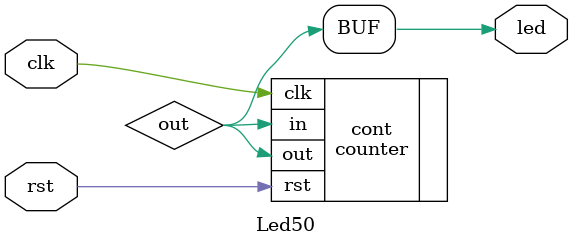
<source format=v>
`timescale 1ns / 1ps


module Led50(
    input clk, rst,
    output led
    );

    wire out;
    counter #(1) cont (.clk(clk), .rst(rst), .in(out), .out(out));
    and (led, out, 1'b1);
endmodule
</source>
